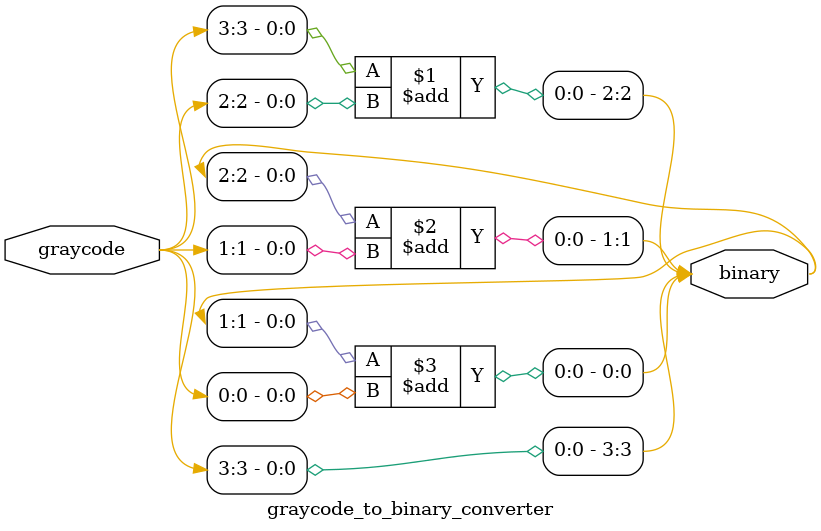
<source format=v>
module graycode_to_binary_converter(
    input [3:0] graycode,
    output [3:0] binary
);
    assign binary[3] = graycode[3];
    assign binary[2] = binary[3] + graycode[2];
    assign binary[1] = binary[2] + graycode[1];
    assign binary[0] = binary[1] + graycode[0];
endmodule
</source>
